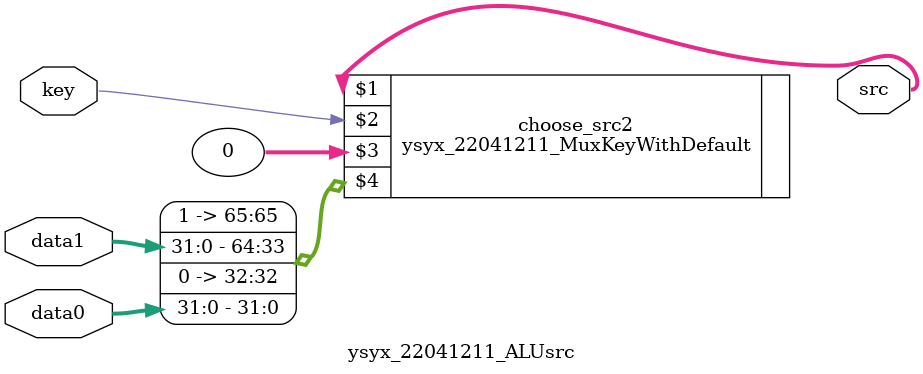
<source format=v>

module ysyx_22041211_ALUsrc #(parameter DATA_LEN = 32)(
	input		                		key,
	input		[DATA_LEN - 1:0]		data1,
    input		[DATA_LEN - 1:0]		data0,

	output		[DATA_LEN - 1:0]		src
);

	ysyx_22041211_MuxKeyWithDefault #(2, 1, 32) choose_src2 (src, key, {DATA_LEN{1'b0}},{
        1'b1 , data1,
        1'b0 , data0 
    });


endmodule


</source>
